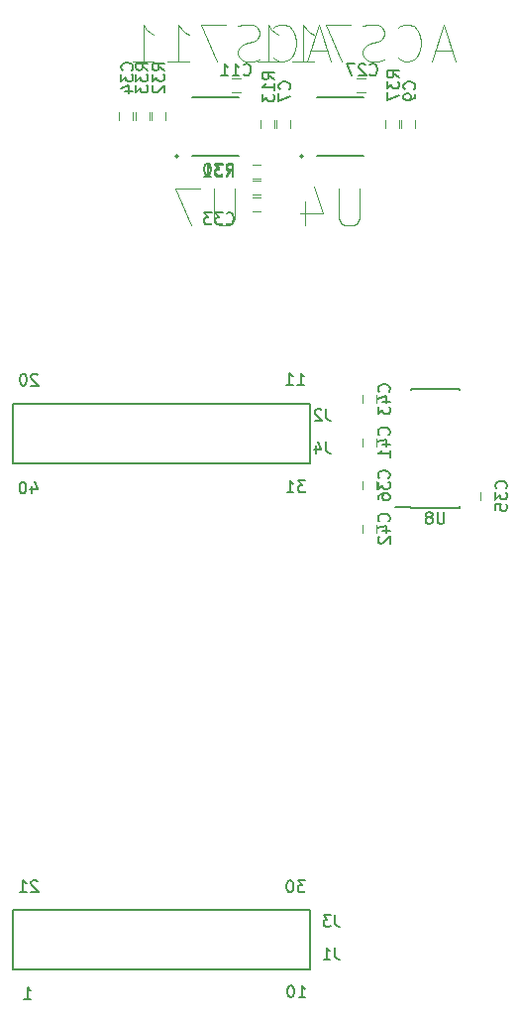
<source format=gbr>
G04 #@! TF.FileFunction,Legend,Bot*
%FSLAX46Y46*%
G04 Gerber Fmt 4.6, Leading zero omitted, Abs format (unit mm)*
G04 Created by KiCad (PCBNEW 4.0.7) date 04/16/18 14:39:47*
%MOMM*%
%LPD*%
G01*
G04 APERTURE LIST*
%ADD10C,0.100000*%
%ADD11C,0.200000*%
%ADD12C,0.127000*%
%ADD13C,0.150000*%
%ADD14C,0.120000*%
%ADD15C,0.050000*%
G04 APERTURE END LIST*
D10*
D11*
X138025000Y-56617000D02*
G75*
G03X138025000Y-56617000I-100000J0D01*
G01*
D12*
X139224000Y-56602000D02*
X143224000Y-56602000D01*
X139224000Y-51602000D02*
X143224000Y-51602000D01*
D11*
X127357000Y-56617000D02*
G75*
G03X127357000Y-56617000I-100000J0D01*
G01*
D12*
X128556000Y-56602000D02*
X132556000Y-56602000D01*
X128556000Y-51602000D02*
X132556000Y-51602000D01*
D13*
X147277000Y-86609000D02*
X147277000Y-86584000D01*
X151427000Y-86609000D02*
X151427000Y-86504000D01*
X151427000Y-76459000D02*
X151427000Y-76564000D01*
X147277000Y-76459000D02*
X147277000Y-76564000D01*
X147277000Y-86609000D02*
X151427000Y-86609000D01*
X147277000Y-76459000D02*
X151427000Y-76459000D01*
X147277000Y-86584000D02*
X145902000Y-86584000D01*
D14*
X135798000Y-53498000D02*
X135798000Y-54198000D01*
X136998000Y-54198000D02*
X136998000Y-53498000D01*
X146466000Y-53498000D02*
X146466000Y-54198000D01*
X147666000Y-54198000D02*
X147666000Y-53498000D01*
X131984000Y-51146000D02*
X132684000Y-51146000D01*
X132684000Y-49946000D02*
X131984000Y-49946000D01*
X142652000Y-51146000D02*
X143352000Y-51146000D01*
X143352000Y-49946000D02*
X142652000Y-49946000D01*
X133698500Y-61306000D02*
X134398500Y-61306000D01*
X134398500Y-60106000D02*
X133698500Y-60106000D01*
X123536000Y-53563000D02*
X123536000Y-52863000D01*
X122336000Y-52863000D02*
X122336000Y-53563000D01*
X154397000Y-85948000D02*
X154397000Y-85248000D01*
X153197000Y-85248000D02*
X153197000Y-85948000D01*
X144364000Y-85059000D02*
X144364000Y-84359000D01*
X143164000Y-84359000D02*
X143164000Y-85059000D01*
X144364000Y-81376000D02*
X144364000Y-80676000D01*
X143164000Y-80676000D02*
X143164000Y-81376000D01*
X144364000Y-88742000D02*
X144364000Y-88042000D01*
X143164000Y-88042000D02*
X143164000Y-88742000D01*
X143164000Y-76993000D02*
X143164000Y-77693000D01*
X144364000Y-77693000D02*
X144364000Y-76993000D01*
X134401000Y-53498000D02*
X134401000Y-54198000D01*
X135601000Y-54198000D02*
X135601000Y-53498000D01*
X133698500Y-58512000D02*
X134398500Y-58512000D01*
X134398500Y-57312000D02*
X133698500Y-57312000D01*
X134398500Y-58709000D02*
X133698500Y-58709000D01*
X133698500Y-59909000D02*
X134398500Y-59909000D01*
X126330000Y-53563000D02*
X126330000Y-52863000D01*
X125130000Y-52863000D02*
X125130000Y-53563000D01*
X123733000Y-52863000D02*
X123733000Y-53563000D01*
X124933000Y-53563000D02*
X124933000Y-52863000D01*
X145069000Y-53498000D02*
X145069000Y-54198000D01*
X146269000Y-54198000D02*
X146269000Y-53498000D01*
D13*
X138684000Y-120891300D02*
X113284000Y-120891300D01*
X113284000Y-82791300D02*
X138684000Y-82791300D01*
X138684000Y-125971300D02*
X138684000Y-120891300D01*
X113284000Y-120891300D02*
X113284000Y-125971300D01*
X113284000Y-125971300D02*
X138684000Y-125971300D01*
X138684000Y-82791300D02*
X138684000Y-77711300D01*
X138684000Y-77711300D02*
X113284000Y-77711300D01*
X113284000Y-77711300D02*
X113284000Y-82791300D01*
D15*
X142897669Y-59389776D02*
X142897669Y-61945532D01*
X142747331Y-62246209D01*
X142596992Y-62396548D01*
X142296315Y-62546886D01*
X141694961Y-62546886D01*
X141394283Y-62396548D01*
X141243945Y-62246209D01*
X141093606Y-61945532D01*
X141093606Y-59389776D01*
X138237173Y-60442146D02*
X138237173Y-62546886D01*
X138988866Y-59239438D02*
X139740559Y-61494516D01*
X137786157Y-61494516D01*
X150823913Y-47622910D02*
X149323170Y-47622910D01*
X151124061Y-48523356D02*
X150073541Y-45371796D01*
X149023021Y-48523356D01*
X146171610Y-48223207D02*
X146321684Y-48373281D01*
X146771907Y-48523356D01*
X147072056Y-48523356D01*
X147522279Y-48373281D01*
X147822427Y-48073133D01*
X147972502Y-47772984D01*
X148122576Y-47172687D01*
X148122576Y-46722464D01*
X147972502Y-46122167D01*
X147822427Y-45822019D01*
X147522279Y-45521870D01*
X147072056Y-45371796D01*
X146771907Y-45371796D01*
X146321684Y-45521870D01*
X146171610Y-45671944D01*
X144971016Y-48373281D02*
X144520793Y-48523356D01*
X143770422Y-48523356D01*
X143470273Y-48373281D01*
X143320199Y-48223207D01*
X143170124Y-47923059D01*
X143170124Y-47622910D01*
X143320199Y-47322761D01*
X143470273Y-47172687D01*
X143770422Y-47022613D01*
X144370719Y-46872539D01*
X144670867Y-46722464D01*
X144820942Y-46572390D01*
X144971016Y-46272241D01*
X144971016Y-45972093D01*
X144820942Y-45671944D01*
X144670867Y-45521870D01*
X144370719Y-45371796D01*
X143620347Y-45371796D01*
X143170124Y-45521870D01*
X142119604Y-45371796D02*
X140018564Y-45371796D01*
X141369233Y-48523356D01*
X137167152Y-48523356D02*
X138968044Y-48523356D01*
X138067598Y-48523356D02*
X138067598Y-45371796D01*
X138367747Y-45822019D01*
X138667895Y-46122167D01*
X138968044Y-46272241D01*
X134165666Y-48523356D02*
X135966558Y-48523356D01*
X135066112Y-48523356D02*
X135066112Y-45371796D01*
X135366261Y-45822019D01*
X135666409Y-46122167D01*
X135966558Y-46272241D01*
X132229669Y-59389776D02*
X132229669Y-61945532D01*
X132079331Y-62246209D01*
X131928992Y-62396548D01*
X131628315Y-62546886D01*
X131026961Y-62546886D01*
X130726283Y-62396548D01*
X130575945Y-62246209D01*
X130425606Y-61945532D01*
X130425606Y-59389776D01*
X129222897Y-59389776D02*
X127118157Y-59389776D01*
X128471204Y-62546886D01*
X140155913Y-47622910D02*
X138655170Y-47622910D01*
X140456061Y-48523356D02*
X139405541Y-45371796D01*
X138355021Y-48523356D01*
X135503610Y-48223207D02*
X135653684Y-48373281D01*
X136103907Y-48523356D01*
X136404056Y-48523356D01*
X136854279Y-48373281D01*
X137154427Y-48073133D01*
X137304502Y-47772984D01*
X137454576Y-47172687D01*
X137454576Y-46722464D01*
X137304502Y-46122167D01*
X137154427Y-45822019D01*
X136854279Y-45521870D01*
X136404056Y-45371796D01*
X136103907Y-45371796D01*
X135653684Y-45521870D01*
X135503610Y-45671944D01*
X134303016Y-48373281D02*
X133852793Y-48523356D01*
X133102422Y-48523356D01*
X132802273Y-48373281D01*
X132652199Y-48223207D01*
X132502124Y-47923059D01*
X132502124Y-47622910D01*
X132652199Y-47322761D01*
X132802273Y-47172687D01*
X133102422Y-47022613D01*
X133702719Y-46872539D01*
X134002867Y-46722464D01*
X134152942Y-46572390D01*
X134303016Y-46272241D01*
X134303016Y-45972093D01*
X134152942Y-45671944D01*
X134002867Y-45521870D01*
X133702719Y-45371796D01*
X132952347Y-45371796D01*
X132502124Y-45521870D01*
X131451604Y-45371796D02*
X129350564Y-45371796D01*
X130701233Y-48523356D01*
X126499152Y-48523356D02*
X128300044Y-48523356D01*
X127399598Y-48523356D02*
X127399598Y-45371796D01*
X127699747Y-45822019D01*
X127999895Y-46122167D01*
X128300044Y-46272241D01*
X123497666Y-48523356D02*
X125298558Y-48523356D01*
X124398112Y-48523356D02*
X124398112Y-45371796D01*
X124698261Y-45822019D01*
X124998409Y-46122167D01*
X125298558Y-46272241D01*
D13*
X150113905Y-86986381D02*
X150113905Y-87795905D01*
X150066286Y-87891143D01*
X150018667Y-87938762D01*
X149923429Y-87986381D01*
X149732952Y-87986381D01*
X149637714Y-87938762D01*
X149590095Y-87891143D01*
X149542476Y-87795905D01*
X149542476Y-86986381D01*
X148923429Y-87414952D02*
X149018667Y-87367333D01*
X149066286Y-87319714D01*
X149113905Y-87224476D01*
X149113905Y-87176857D01*
X149066286Y-87081619D01*
X149018667Y-87034000D01*
X148923429Y-86986381D01*
X148732952Y-86986381D01*
X148637714Y-87034000D01*
X148590095Y-87081619D01*
X148542476Y-87176857D01*
X148542476Y-87224476D01*
X148590095Y-87319714D01*
X148637714Y-87367333D01*
X148732952Y-87414952D01*
X148923429Y-87414952D01*
X149018667Y-87462571D01*
X149066286Y-87510190D01*
X149113905Y-87605429D01*
X149113905Y-87795905D01*
X149066286Y-87891143D01*
X149018667Y-87938762D01*
X148923429Y-87986381D01*
X148732952Y-87986381D01*
X148637714Y-87938762D01*
X148590095Y-87891143D01*
X148542476Y-87795905D01*
X148542476Y-87605429D01*
X148590095Y-87510190D01*
X148637714Y-87462571D01*
X148732952Y-87414952D01*
X136882143Y-50887334D02*
X136929762Y-50839715D01*
X136977381Y-50696858D01*
X136977381Y-50601620D01*
X136929762Y-50458762D01*
X136834524Y-50363524D01*
X136739286Y-50315905D01*
X136548810Y-50268286D01*
X136405952Y-50268286D01*
X136215476Y-50315905D01*
X136120238Y-50363524D01*
X136025000Y-50458762D01*
X135977381Y-50601620D01*
X135977381Y-50696858D01*
X136025000Y-50839715D01*
X136072619Y-50887334D01*
X135977381Y-51220667D02*
X135977381Y-51887334D01*
X136977381Y-51458762D01*
X147550143Y-50887334D02*
X147597762Y-50839715D01*
X147645381Y-50696858D01*
X147645381Y-50601620D01*
X147597762Y-50458762D01*
X147502524Y-50363524D01*
X147407286Y-50315905D01*
X147216810Y-50268286D01*
X147073952Y-50268286D01*
X146883476Y-50315905D01*
X146788238Y-50363524D01*
X146693000Y-50458762D01*
X146645381Y-50601620D01*
X146645381Y-50696858D01*
X146693000Y-50839715D01*
X146740619Y-50887334D01*
X147645381Y-51363524D02*
X147645381Y-51554000D01*
X147597762Y-51649239D01*
X147550143Y-51696858D01*
X147407286Y-51792096D01*
X147216810Y-51839715D01*
X146835857Y-51839715D01*
X146740619Y-51792096D01*
X146693000Y-51744477D01*
X146645381Y-51649239D01*
X146645381Y-51458762D01*
X146693000Y-51363524D01*
X146740619Y-51315905D01*
X146835857Y-51268286D01*
X147073952Y-51268286D01*
X147169190Y-51315905D01*
X147216810Y-51363524D01*
X147264429Y-51458762D01*
X147264429Y-51649239D01*
X147216810Y-51744477D01*
X147169190Y-51792096D01*
X147073952Y-51839715D01*
X132976857Y-49633143D02*
X133024476Y-49680762D01*
X133167333Y-49728381D01*
X133262571Y-49728381D01*
X133405429Y-49680762D01*
X133500667Y-49585524D01*
X133548286Y-49490286D01*
X133595905Y-49299810D01*
X133595905Y-49156952D01*
X133548286Y-48966476D01*
X133500667Y-48871238D01*
X133405429Y-48776000D01*
X133262571Y-48728381D01*
X133167333Y-48728381D01*
X133024476Y-48776000D01*
X132976857Y-48823619D01*
X132024476Y-49728381D02*
X132595905Y-49728381D01*
X132310191Y-49728381D02*
X132310191Y-48728381D01*
X132405429Y-48871238D01*
X132500667Y-48966476D01*
X132595905Y-49014095D01*
X131072095Y-49728381D02*
X131643524Y-49728381D01*
X131357810Y-49728381D02*
X131357810Y-48728381D01*
X131453048Y-48871238D01*
X131548286Y-48966476D01*
X131643524Y-49014095D01*
X143771857Y-49633143D02*
X143819476Y-49680762D01*
X143962333Y-49728381D01*
X144057571Y-49728381D01*
X144200429Y-49680762D01*
X144295667Y-49585524D01*
X144343286Y-49490286D01*
X144390905Y-49299810D01*
X144390905Y-49156952D01*
X144343286Y-48966476D01*
X144295667Y-48871238D01*
X144200429Y-48776000D01*
X144057571Y-48728381D01*
X143962333Y-48728381D01*
X143819476Y-48776000D01*
X143771857Y-48823619D01*
X143390905Y-48823619D02*
X143343286Y-48776000D01*
X143248048Y-48728381D01*
X143009952Y-48728381D01*
X142914714Y-48776000D01*
X142867095Y-48823619D01*
X142819476Y-48918857D01*
X142819476Y-49014095D01*
X142867095Y-49156952D01*
X143438524Y-49728381D01*
X142819476Y-49728381D01*
X142486143Y-48728381D02*
X141819476Y-48728381D01*
X142248048Y-49728381D01*
X131516357Y-62333143D02*
X131563976Y-62380762D01*
X131706833Y-62428381D01*
X131802071Y-62428381D01*
X131944929Y-62380762D01*
X132040167Y-62285524D01*
X132087786Y-62190286D01*
X132135405Y-61999810D01*
X132135405Y-61856952D01*
X132087786Y-61666476D01*
X132040167Y-61571238D01*
X131944929Y-61476000D01*
X131802071Y-61428381D01*
X131706833Y-61428381D01*
X131563976Y-61476000D01*
X131516357Y-61523619D01*
X131183024Y-61428381D02*
X130563976Y-61428381D01*
X130897310Y-61809333D01*
X130754452Y-61809333D01*
X130659214Y-61856952D01*
X130611595Y-61904571D01*
X130563976Y-61999810D01*
X130563976Y-62237905D01*
X130611595Y-62333143D01*
X130659214Y-62380762D01*
X130754452Y-62428381D01*
X131040167Y-62428381D01*
X131135405Y-62380762D01*
X131183024Y-62333143D01*
X130230643Y-61428381D02*
X129611595Y-61428381D01*
X129944929Y-61809333D01*
X129802071Y-61809333D01*
X129706833Y-61856952D01*
X129659214Y-61904571D01*
X129611595Y-61999810D01*
X129611595Y-62237905D01*
X129659214Y-62333143D01*
X129706833Y-62380762D01*
X129802071Y-62428381D01*
X130087786Y-62428381D01*
X130183024Y-62380762D01*
X130230643Y-62333143D01*
X123420143Y-49268143D02*
X123467762Y-49220524D01*
X123515381Y-49077667D01*
X123515381Y-48982429D01*
X123467762Y-48839571D01*
X123372524Y-48744333D01*
X123277286Y-48696714D01*
X123086810Y-48649095D01*
X122943952Y-48649095D01*
X122753476Y-48696714D01*
X122658238Y-48744333D01*
X122563000Y-48839571D01*
X122515381Y-48982429D01*
X122515381Y-49077667D01*
X122563000Y-49220524D01*
X122610619Y-49268143D01*
X122515381Y-49601476D02*
X122515381Y-50220524D01*
X122896333Y-49887190D01*
X122896333Y-50030048D01*
X122943952Y-50125286D01*
X122991571Y-50172905D01*
X123086810Y-50220524D01*
X123324905Y-50220524D01*
X123420143Y-50172905D01*
X123467762Y-50125286D01*
X123515381Y-50030048D01*
X123515381Y-49744333D01*
X123467762Y-49649095D01*
X123420143Y-49601476D01*
X122848714Y-51077667D02*
X123515381Y-51077667D01*
X122467762Y-50839571D02*
X123182048Y-50601476D01*
X123182048Y-51220524D01*
X155404143Y-84955143D02*
X155451762Y-84907524D01*
X155499381Y-84764667D01*
X155499381Y-84669429D01*
X155451762Y-84526571D01*
X155356524Y-84431333D01*
X155261286Y-84383714D01*
X155070810Y-84336095D01*
X154927952Y-84336095D01*
X154737476Y-84383714D01*
X154642238Y-84431333D01*
X154547000Y-84526571D01*
X154499381Y-84669429D01*
X154499381Y-84764667D01*
X154547000Y-84907524D01*
X154594619Y-84955143D01*
X154499381Y-85288476D02*
X154499381Y-85907524D01*
X154880333Y-85574190D01*
X154880333Y-85717048D01*
X154927952Y-85812286D01*
X154975571Y-85859905D01*
X155070810Y-85907524D01*
X155308905Y-85907524D01*
X155404143Y-85859905D01*
X155451762Y-85812286D01*
X155499381Y-85717048D01*
X155499381Y-85431333D01*
X155451762Y-85336095D01*
X155404143Y-85288476D01*
X154499381Y-86812286D02*
X154499381Y-86336095D01*
X154975571Y-86288476D01*
X154927952Y-86336095D01*
X154880333Y-86431333D01*
X154880333Y-86669429D01*
X154927952Y-86764667D01*
X154975571Y-86812286D01*
X155070810Y-86859905D01*
X155308905Y-86859905D01*
X155404143Y-86812286D01*
X155451762Y-86764667D01*
X155499381Y-86669429D01*
X155499381Y-86431333D01*
X155451762Y-86336095D01*
X155404143Y-86288476D01*
X145371143Y-84066143D02*
X145418762Y-84018524D01*
X145466381Y-83875667D01*
X145466381Y-83780429D01*
X145418762Y-83637571D01*
X145323524Y-83542333D01*
X145228286Y-83494714D01*
X145037810Y-83447095D01*
X144894952Y-83447095D01*
X144704476Y-83494714D01*
X144609238Y-83542333D01*
X144514000Y-83637571D01*
X144466381Y-83780429D01*
X144466381Y-83875667D01*
X144514000Y-84018524D01*
X144561619Y-84066143D01*
X144466381Y-84399476D02*
X144466381Y-85018524D01*
X144847333Y-84685190D01*
X144847333Y-84828048D01*
X144894952Y-84923286D01*
X144942571Y-84970905D01*
X145037810Y-85018524D01*
X145275905Y-85018524D01*
X145371143Y-84970905D01*
X145418762Y-84923286D01*
X145466381Y-84828048D01*
X145466381Y-84542333D01*
X145418762Y-84447095D01*
X145371143Y-84399476D01*
X144466381Y-85875667D02*
X144466381Y-85685190D01*
X144514000Y-85589952D01*
X144561619Y-85542333D01*
X144704476Y-85447095D01*
X144894952Y-85399476D01*
X145275905Y-85399476D01*
X145371143Y-85447095D01*
X145418762Y-85494714D01*
X145466381Y-85589952D01*
X145466381Y-85780429D01*
X145418762Y-85875667D01*
X145371143Y-85923286D01*
X145275905Y-85970905D01*
X145037810Y-85970905D01*
X144942571Y-85923286D01*
X144894952Y-85875667D01*
X144847333Y-85780429D01*
X144847333Y-85589952D01*
X144894952Y-85494714D01*
X144942571Y-85447095D01*
X145037810Y-85399476D01*
X145371143Y-80383143D02*
X145418762Y-80335524D01*
X145466381Y-80192667D01*
X145466381Y-80097429D01*
X145418762Y-79954571D01*
X145323524Y-79859333D01*
X145228286Y-79811714D01*
X145037810Y-79764095D01*
X144894952Y-79764095D01*
X144704476Y-79811714D01*
X144609238Y-79859333D01*
X144514000Y-79954571D01*
X144466381Y-80097429D01*
X144466381Y-80192667D01*
X144514000Y-80335524D01*
X144561619Y-80383143D01*
X144799714Y-81240286D02*
X145466381Y-81240286D01*
X144418762Y-81002190D02*
X145133048Y-80764095D01*
X145133048Y-81383143D01*
X145466381Y-82287905D02*
X145466381Y-81716476D01*
X145466381Y-82002190D02*
X144466381Y-82002190D01*
X144609238Y-81906952D01*
X144704476Y-81811714D01*
X144752095Y-81716476D01*
X145371143Y-87749143D02*
X145418762Y-87701524D01*
X145466381Y-87558667D01*
X145466381Y-87463429D01*
X145418762Y-87320571D01*
X145323524Y-87225333D01*
X145228286Y-87177714D01*
X145037810Y-87130095D01*
X144894952Y-87130095D01*
X144704476Y-87177714D01*
X144609238Y-87225333D01*
X144514000Y-87320571D01*
X144466381Y-87463429D01*
X144466381Y-87558667D01*
X144514000Y-87701524D01*
X144561619Y-87749143D01*
X144799714Y-88606286D02*
X145466381Y-88606286D01*
X144418762Y-88368190D02*
X145133048Y-88130095D01*
X145133048Y-88749143D01*
X144561619Y-89082476D02*
X144514000Y-89130095D01*
X144466381Y-89225333D01*
X144466381Y-89463429D01*
X144514000Y-89558667D01*
X144561619Y-89606286D01*
X144656857Y-89653905D01*
X144752095Y-89653905D01*
X144894952Y-89606286D01*
X145466381Y-89034857D01*
X145466381Y-89653905D01*
X145391143Y-76700143D02*
X145438762Y-76652524D01*
X145486381Y-76509667D01*
X145486381Y-76414429D01*
X145438762Y-76271571D01*
X145343524Y-76176333D01*
X145248286Y-76128714D01*
X145057810Y-76081095D01*
X144914952Y-76081095D01*
X144724476Y-76128714D01*
X144629238Y-76176333D01*
X144534000Y-76271571D01*
X144486381Y-76414429D01*
X144486381Y-76509667D01*
X144534000Y-76652524D01*
X144581619Y-76700143D01*
X144819714Y-77557286D02*
X145486381Y-77557286D01*
X144438762Y-77319190D02*
X145153048Y-77081095D01*
X145153048Y-77700143D01*
X144486381Y-77985857D02*
X144486381Y-78604905D01*
X144867333Y-78271571D01*
X144867333Y-78414429D01*
X144914952Y-78509667D01*
X144962571Y-78557286D01*
X145057810Y-78604905D01*
X145295905Y-78604905D01*
X145391143Y-78557286D01*
X145438762Y-78509667D01*
X145486381Y-78414429D01*
X145486381Y-78128714D01*
X145438762Y-78033476D01*
X145391143Y-77985857D01*
X135580381Y-50030143D02*
X135104190Y-49696809D01*
X135580381Y-49458714D02*
X134580381Y-49458714D01*
X134580381Y-49839667D01*
X134628000Y-49934905D01*
X134675619Y-49982524D01*
X134770857Y-50030143D01*
X134913714Y-50030143D01*
X135008952Y-49982524D01*
X135056571Y-49934905D01*
X135104190Y-49839667D01*
X135104190Y-49458714D01*
X135580381Y-50982524D02*
X135580381Y-50411095D01*
X135580381Y-50696809D02*
X134580381Y-50696809D01*
X134723238Y-50601571D01*
X134818476Y-50506333D01*
X134866095Y-50411095D01*
X134580381Y-51315857D02*
X134580381Y-51934905D01*
X134961333Y-51601571D01*
X134961333Y-51744429D01*
X135008952Y-51839667D01*
X135056571Y-51887286D01*
X135151810Y-51934905D01*
X135389905Y-51934905D01*
X135485143Y-51887286D01*
X135532762Y-51839667D01*
X135580381Y-51744429D01*
X135580381Y-51458714D01*
X135532762Y-51363476D01*
X135485143Y-51315857D01*
X131516357Y-58237381D02*
X131849691Y-57761190D01*
X132087786Y-58237381D02*
X132087786Y-57237381D01*
X131706833Y-57237381D01*
X131611595Y-57285000D01*
X131563976Y-57332619D01*
X131516357Y-57427857D01*
X131516357Y-57570714D01*
X131563976Y-57665952D01*
X131611595Y-57713571D01*
X131706833Y-57761190D01*
X132087786Y-57761190D01*
X131183024Y-57237381D02*
X130563976Y-57237381D01*
X130897310Y-57618333D01*
X130754452Y-57618333D01*
X130659214Y-57665952D01*
X130611595Y-57713571D01*
X130563976Y-57808810D01*
X130563976Y-58046905D01*
X130611595Y-58142143D01*
X130659214Y-58189762D01*
X130754452Y-58237381D01*
X131040167Y-58237381D01*
X131135405Y-58189762D01*
X131183024Y-58142143D01*
X129944929Y-57237381D02*
X129849690Y-57237381D01*
X129754452Y-57285000D01*
X129706833Y-57332619D01*
X129659214Y-57427857D01*
X129611595Y-57618333D01*
X129611595Y-57856429D01*
X129659214Y-58046905D01*
X129706833Y-58142143D01*
X129754452Y-58189762D01*
X129849690Y-58237381D01*
X129944929Y-58237381D01*
X130040167Y-58189762D01*
X130087786Y-58142143D01*
X130135405Y-58046905D01*
X130183024Y-57856429D01*
X130183024Y-57618333D01*
X130135405Y-57427857D01*
X130087786Y-57332619D01*
X130040167Y-57285000D01*
X129944929Y-57237381D01*
X131516357Y-58364381D02*
X131849691Y-57888190D01*
X132087786Y-58364381D02*
X132087786Y-57364381D01*
X131706833Y-57364381D01*
X131611595Y-57412000D01*
X131563976Y-57459619D01*
X131516357Y-57554857D01*
X131516357Y-57697714D01*
X131563976Y-57792952D01*
X131611595Y-57840571D01*
X131706833Y-57888190D01*
X132087786Y-57888190D01*
X131183024Y-57364381D02*
X130563976Y-57364381D01*
X130897310Y-57745333D01*
X130754452Y-57745333D01*
X130659214Y-57792952D01*
X130611595Y-57840571D01*
X130563976Y-57935810D01*
X130563976Y-58173905D01*
X130611595Y-58269143D01*
X130659214Y-58316762D01*
X130754452Y-58364381D01*
X131040167Y-58364381D01*
X131135405Y-58316762D01*
X131183024Y-58269143D01*
X129611595Y-58364381D02*
X130183024Y-58364381D01*
X129897310Y-58364381D02*
X129897310Y-57364381D01*
X129992548Y-57507238D01*
X130087786Y-57602476D01*
X130183024Y-57650095D01*
X126182381Y-49268143D02*
X125706190Y-48934809D01*
X126182381Y-48696714D02*
X125182381Y-48696714D01*
X125182381Y-49077667D01*
X125230000Y-49172905D01*
X125277619Y-49220524D01*
X125372857Y-49268143D01*
X125515714Y-49268143D01*
X125610952Y-49220524D01*
X125658571Y-49172905D01*
X125706190Y-49077667D01*
X125706190Y-48696714D01*
X125182381Y-49601476D02*
X125182381Y-50220524D01*
X125563333Y-49887190D01*
X125563333Y-50030048D01*
X125610952Y-50125286D01*
X125658571Y-50172905D01*
X125753810Y-50220524D01*
X125991905Y-50220524D01*
X126087143Y-50172905D01*
X126134762Y-50125286D01*
X126182381Y-50030048D01*
X126182381Y-49744333D01*
X126134762Y-49649095D01*
X126087143Y-49601476D01*
X125277619Y-50601476D02*
X125230000Y-50649095D01*
X125182381Y-50744333D01*
X125182381Y-50982429D01*
X125230000Y-51077667D01*
X125277619Y-51125286D01*
X125372857Y-51172905D01*
X125468095Y-51172905D01*
X125610952Y-51125286D01*
X126182381Y-50553857D01*
X126182381Y-51172905D01*
X124785381Y-49268143D02*
X124309190Y-48934809D01*
X124785381Y-48696714D02*
X123785381Y-48696714D01*
X123785381Y-49077667D01*
X123833000Y-49172905D01*
X123880619Y-49220524D01*
X123975857Y-49268143D01*
X124118714Y-49268143D01*
X124213952Y-49220524D01*
X124261571Y-49172905D01*
X124309190Y-49077667D01*
X124309190Y-48696714D01*
X123785381Y-49601476D02*
X123785381Y-50220524D01*
X124166333Y-49887190D01*
X124166333Y-50030048D01*
X124213952Y-50125286D01*
X124261571Y-50172905D01*
X124356810Y-50220524D01*
X124594905Y-50220524D01*
X124690143Y-50172905D01*
X124737762Y-50125286D01*
X124785381Y-50030048D01*
X124785381Y-49744333D01*
X124737762Y-49649095D01*
X124690143Y-49601476D01*
X123785381Y-50553857D02*
X123785381Y-51172905D01*
X124166333Y-50839571D01*
X124166333Y-50982429D01*
X124213952Y-51077667D01*
X124261571Y-51125286D01*
X124356810Y-51172905D01*
X124594905Y-51172905D01*
X124690143Y-51125286D01*
X124737762Y-51077667D01*
X124785381Y-50982429D01*
X124785381Y-50696714D01*
X124737762Y-50601476D01*
X124690143Y-50553857D01*
X146248381Y-49903143D02*
X145772190Y-49569809D01*
X146248381Y-49331714D02*
X145248381Y-49331714D01*
X145248381Y-49712667D01*
X145296000Y-49807905D01*
X145343619Y-49855524D01*
X145438857Y-49903143D01*
X145581714Y-49903143D01*
X145676952Y-49855524D01*
X145724571Y-49807905D01*
X145772190Y-49712667D01*
X145772190Y-49331714D01*
X145248381Y-50236476D02*
X145248381Y-50855524D01*
X145629333Y-50522190D01*
X145629333Y-50665048D01*
X145676952Y-50760286D01*
X145724571Y-50807905D01*
X145819810Y-50855524D01*
X146057905Y-50855524D01*
X146153143Y-50807905D01*
X146200762Y-50760286D01*
X146248381Y-50665048D01*
X146248381Y-50379333D01*
X146200762Y-50284095D01*
X146153143Y-50236476D01*
X145248381Y-51188857D02*
X145248381Y-51855524D01*
X146248381Y-51426952D01*
X137579076Y-76106281D02*
X138150505Y-76106281D01*
X137864791Y-76106281D02*
X137864791Y-75106281D01*
X137960029Y-75249138D01*
X138055267Y-75344376D01*
X138150505Y-75391995D01*
X136626695Y-76106281D02*
X137198124Y-76106281D01*
X136912410Y-76106281D02*
X136912410Y-75106281D01*
X137007648Y-75249138D01*
X137102886Y-75344376D01*
X137198124Y-75391995D01*
X115366705Y-75277719D02*
X115319086Y-75230100D01*
X115223848Y-75182481D01*
X114985752Y-75182481D01*
X114890514Y-75230100D01*
X114842895Y-75277719D01*
X114795276Y-75372957D01*
X114795276Y-75468195D01*
X114842895Y-75611052D01*
X115414324Y-76182481D01*
X114795276Y-76182481D01*
X114176229Y-75182481D02*
X114080990Y-75182481D01*
X113985752Y-75230100D01*
X113938133Y-75277719D01*
X113890514Y-75372957D01*
X113842895Y-75563433D01*
X113842895Y-75801529D01*
X113890514Y-75992005D01*
X113938133Y-76087243D01*
X113985752Y-76134862D01*
X114080990Y-76182481D01*
X114176229Y-76182481D01*
X114271467Y-76134862D01*
X114319086Y-76087243D01*
X114366705Y-75992005D01*
X114414324Y-75801529D01*
X114414324Y-75563433D01*
X114366705Y-75372957D01*
X114319086Y-75277719D01*
X114271467Y-75230100D01*
X114176229Y-75182481D01*
X138223524Y-118413281D02*
X137604476Y-118413281D01*
X137937810Y-118794233D01*
X137794952Y-118794233D01*
X137699714Y-118841852D01*
X137652095Y-118889471D01*
X137604476Y-118984710D01*
X137604476Y-119222805D01*
X137652095Y-119318043D01*
X137699714Y-119365662D01*
X137794952Y-119413281D01*
X138080667Y-119413281D01*
X138175905Y-119365662D01*
X138223524Y-119318043D01*
X136985429Y-118413281D02*
X136890190Y-118413281D01*
X136794952Y-118460900D01*
X136747333Y-118508519D01*
X136699714Y-118603757D01*
X136652095Y-118794233D01*
X136652095Y-119032329D01*
X136699714Y-119222805D01*
X136747333Y-119318043D01*
X136794952Y-119365662D01*
X136890190Y-119413281D01*
X136985429Y-119413281D01*
X137080667Y-119365662D01*
X137128286Y-119318043D01*
X137175905Y-119222805D01*
X137223524Y-119032329D01*
X137223524Y-118794233D01*
X137175905Y-118603757D01*
X137128286Y-118508519D01*
X137080667Y-118460900D01*
X136985429Y-118413281D01*
X115366705Y-118483119D02*
X115319086Y-118435500D01*
X115223848Y-118387881D01*
X114985752Y-118387881D01*
X114890514Y-118435500D01*
X114842895Y-118483119D01*
X114795276Y-118578357D01*
X114795276Y-118673595D01*
X114842895Y-118816452D01*
X115414324Y-119387881D01*
X114795276Y-119387881D01*
X113842895Y-119387881D02*
X114414324Y-119387881D01*
X114128610Y-119387881D02*
X114128610Y-118387881D01*
X114223848Y-118530738D01*
X114319086Y-118625976D01*
X114414324Y-118673595D01*
X114865114Y-84736014D02*
X114865114Y-85402681D01*
X115103210Y-84355062D02*
X115341305Y-85069348D01*
X114722257Y-85069348D01*
X114150829Y-84402681D02*
X114055590Y-84402681D01*
X113960352Y-84450300D01*
X113912733Y-84497919D01*
X113865114Y-84593157D01*
X113817495Y-84783633D01*
X113817495Y-85021729D01*
X113865114Y-85212205D01*
X113912733Y-85307443D01*
X113960352Y-85355062D01*
X114055590Y-85402681D01*
X114150829Y-85402681D01*
X114246067Y-85355062D01*
X114293686Y-85307443D01*
X114341305Y-85212205D01*
X114388924Y-85021729D01*
X114388924Y-84783633D01*
X114341305Y-84593157D01*
X114293686Y-84497919D01*
X114246067Y-84450300D01*
X114150829Y-84402681D01*
X138248924Y-84301081D02*
X137629876Y-84301081D01*
X137963210Y-84682033D01*
X137820352Y-84682033D01*
X137725114Y-84729652D01*
X137677495Y-84777271D01*
X137629876Y-84872510D01*
X137629876Y-85110605D01*
X137677495Y-85205843D01*
X137725114Y-85253462D01*
X137820352Y-85301081D01*
X138106067Y-85301081D01*
X138201305Y-85253462D01*
X138248924Y-85205843D01*
X136677495Y-85301081D02*
X137248924Y-85301081D01*
X136963210Y-85301081D02*
X136963210Y-84301081D01*
X137058448Y-84443938D01*
X137153686Y-84539176D01*
X137248924Y-84586795D01*
X137680676Y-128379481D02*
X138252105Y-128379481D01*
X137966391Y-128379481D02*
X137966391Y-127379481D01*
X138061629Y-127522338D01*
X138156867Y-127617576D01*
X138252105Y-127665195D01*
X137061629Y-127379481D02*
X136966390Y-127379481D01*
X136871152Y-127427100D01*
X136823533Y-127474719D01*
X136775914Y-127569957D01*
X136728295Y-127760433D01*
X136728295Y-127998529D01*
X136775914Y-128189005D01*
X136823533Y-128284243D01*
X136871152Y-128331862D01*
X136966390Y-128379481D01*
X137061629Y-128379481D01*
X137156867Y-128331862D01*
X137204486Y-128284243D01*
X137252105Y-128189005D01*
X137299724Y-127998529D01*
X137299724Y-127760433D01*
X137252105Y-127569957D01*
X137204486Y-127474719D01*
X137156867Y-127427100D01*
X137061629Y-127379481D01*
X114192085Y-128506481D02*
X114763514Y-128506481D01*
X114477800Y-128506481D02*
X114477800Y-127506481D01*
X114573038Y-127649338D01*
X114668276Y-127744576D01*
X114763514Y-127792195D01*
X140033333Y-80973681D02*
X140033333Y-81687967D01*
X140080953Y-81830824D01*
X140176191Y-81926062D01*
X140319048Y-81973681D01*
X140414286Y-81973681D01*
X139128571Y-81307014D02*
X139128571Y-81973681D01*
X139366667Y-80926062D02*
X139604762Y-81640348D01*
X138985714Y-81640348D01*
X140033333Y-78179681D02*
X140033333Y-78893967D01*
X140080953Y-79036824D01*
X140176191Y-79132062D01*
X140319048Y-79179681D01*
X140414286Y-79179681D01*
X139604762Y-78274919D02*
X139557143Y-78227300D01*
X139461905Y-78179681D01*
X139223809Y-78179681D01*
X139128571Y-78227300D01*
X139080952Y-78274919D01*
X139033333Y-78370157D01*
X139033333Y-78465395D01*
X139080952Y-78608252D01*
X139652381Y-79179681D01*
X139033333Y-79179681D01*
X140795333Y-121359681D02*
X140795333Y-122073967D01*
X140842953Y-122216824D01*
X140938191Y-122312062D01*
X141081048Y-122359681D01*
X141176286Y-122359681D01*
X140414381Y-121359681D02*
X139795333Y-121359681D01*
X140128667Y-121740633D01*
X139985809Y-121740633D01*
X139890571Y-121788252D01*
X139842952Y-121835871D01*
X139795333Y-121931110D01*
X139795333Y-122169205D01*
X139842952Y-122264443D01*
X139890571Y-122312062D01*
X139985809Y-122359681D01*
X140271524Y-122359681D01*
X140366762Y-122312062D01*
X140414381Y-122264443D01*
X140795333Y-124153681D02*
X140795333Y-124867967D01*
X140842953Y-125010824D01*
X140938191Y-125106062D01*
X141081048Y-125153681D01*
X141176286Y-125153681D01*
X139795333Y-125153681D02*
X140366762Y-125153681D01*
X140081048Y-125153681D02*
X140081048Y-124153681D01*
X140176286Y-124296538D01*
X140271524Y-124391776D01*
X140366762Y-124439395D01*
M02*

</source>
